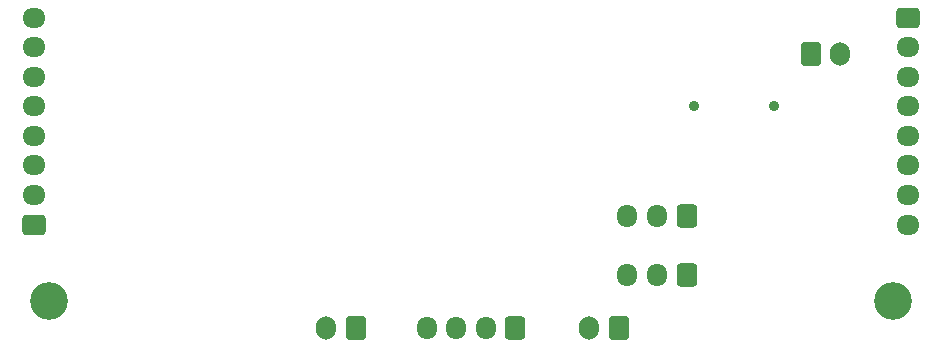
<source format=gbr>
%TF.GenerationSoftware,KiCad,Pcbnew,8.0.4*%
%TF.CreationDate,2025-04-19T21:16:23+05:30*%
%TF.ProjectId,Snakebot_pcb_dev,536e616b-6562-46f7-945f-7063625f6465,rev?*%
%TF.SameCoordinates,Original*%
%TF.FileFunction,Soldermask,Bot*%
%TF.FilePolarity,Negative*%
%FSLAX46Y46*%
G04 Gerber Fmt 4.6, Leading zero omitted, Abs format (unit mm)*
G04 Created by KiCad (PCBNEW 8.0.4) date 2025-04-19 21:16:23*
%MOMM*%
%LPD*%
G01*
G04 APERTURE LIST*
G04 Aperture macros list*
%AMRoundRect*
0 Rectangle with rounded corners*
0 $1 Rounding radius*
0 $2 $3 $4 $5 $6 $7 $8 $9 X,Y pos of 4 corners*
0 Add a 4 corners polygon primitive as box body*
4,1,4,$2,$3,$4,$5,$6,$7,$8,$9,$2,$3,0*
0 Add four circle primitives for the rounded corners*
1,1,$1+$1,$2,$3*
1,1,$1+$1,$4,$5*
1,1,$1+$1,$6,$7*
1,1,$1+$1,$8,$9*
0 Add four rect primitives between the rounded corners*
20,1,$1+$1,$2,$3,$4,$5,0*
20,1,$1+$1,$4,$5,$6,$7,0*
20,1,$1+$1,$6,$7,$8,$9,0*
20,1,$1+$1,$8,$9,$2,$3,0*%
G04 Aperture macros list end*
%ADD10RoundRect,0.250000X0.600000X0.750000X-0.600000X0.750000X-0.600000X-0.750000X0.600000X-0.750000X0*%
%ADD11O,1.700000X2.000000*%
%ADD12RoundRect,0.250000X-0.600000X-0.750000X0.600000X-0.750000X0.600000X0.750000X-0.600000X0.750000X0*%
%ADD13RoundRect,0.250000X0.600000X0.725000X-0.600000X0.725000X-0.600000X-0.725000X0.600000X-0.725000X0*%
%ADD14O,1.700000X1.950000*%
%ADD15RoundRect,0.250000X0.725000X-0.600000X0.725000X0.600000X-0.725000X0.600000X-0.725000X-0.600000X0*%
%ADD16O,1.950000X1.700000*%
%ADD17C,0.900000*%
%ADD18C,3.200000*%
%ADD19RoundRect,0.250000X-0.725000X0.600000X-0.725000X-0.600000X0.725000X-0.600000X0.725000X0.600000X0*%
G04 APERTURE END LIST*
D10*
%TO.C,J5*%
X117250000Y-143750000D03*
D11*
X114750000Y-143750000D03*
%TD*%
D12*
%TO.C,J2*%
X155750000Y-120532500D03*
D11*
X158250000Y-120532500D03*
%TD*%
D13*
%TO.C,J4*%
X145250000Y-134300000D03*
D14*
X142750000Y-134300000D03*
X140250000Y-134300000D03*
%TD*%
D15*
%TO.C,J8*%
X90000000Y-135000000D03*
D16*
X90000000Y-132500000D03*
X90000000Y-130000000D03*
X90000000Y-127500000D03*
X90000000Y-125000000D03*
X90000000Y-122500000D03*
X90000000Y-120000000D03*
X90000000Y-117500000D03*
%TD*%
D13*
%TO.C,J3*%
X145250000Y-139250000D03*
D14*
X142750000Y-139250000D03*
X140250000Y-139250000D03*
%TD*%
D13*
%TO.C,J1*%
X130750000Y-143750000D03*
D14*
X128250000Y-143750000D03*
X125750000Y-143750000D03*
X123250000Y-143750000D03*
%TD*%
D17*
%TO.C,SW3*%
X152650000Y-125000000D03*
X145850000Y-125000000D03*
%TD*%
D18*
%TO.C,H1*%
X91250000Y-141500000D03*
%TD*%
%TO.C,H2*%
X162750000Y-141500000D03*
%TD*%
D10*
%TO.C,J6*%
X139500000Y-143750000D03*
D11*
X137000000Y-143750000D03*
%TD*%
D19*
%TO.C,J7*%
X164000000Y-117500000D03*
D16*
X164000000Y-120000000D03*
X164000000Y-122500000D03*
X164000000Y-125000000D03*
X164000000Y-127500000D03*
X164000000Y-130000000D03*
X164000000Y-132500000D03*
X164000000Y-135000000D03*
%TD*%
M02*

</source>
